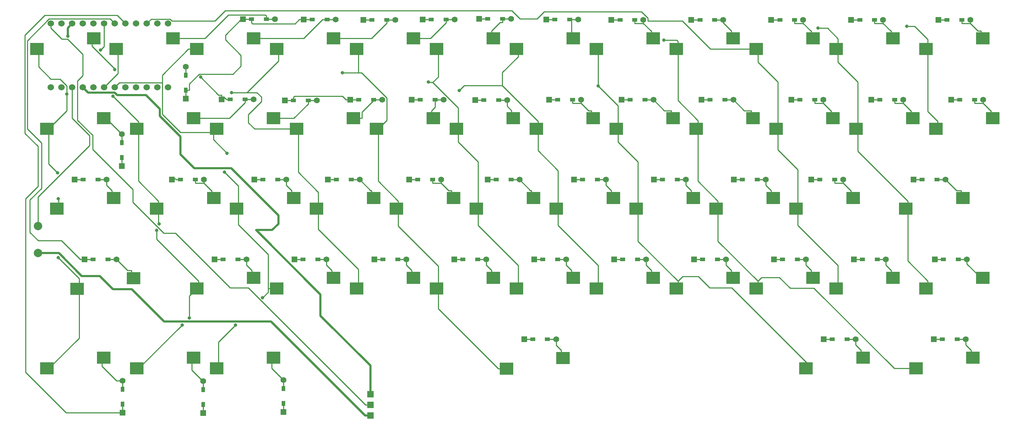
<source format=gbl>
G04 #@! TF.GenerationSoftware,KiCad,Pcbnew,(7.0.0)*
G04 #@! TF.CreationDate,2023-03-27T16:38:47+09:00*
G04 #@! TF.ProjectId,rowlow11,726f776c-6f77-4313-912e-6b696361645f,rev?*
G04 #@! TF.SameCoordinates,Original*
G04 #@! TF.FileFunction,Copper,L2,Bot*
G04 #@! TF.FilePolarity,Positive*
%FSLAX46Y46*%
G04 Gerber Fmt 4.6, Leading zero omitted, Abs format (unit mm)*
G04 Created by KiCad (PCBNEW (7.0.0)) date 2023-03-27 16:38:47*
%MOMM*%
%LPD*%
G01*
G04 APERTURE LIST*
G04 #@! TA.AperFunction,SMDPad,CuDef*
%ADD10R,3.300000X3.000000*%
G04 #@! TD*
G04 #@! TA.AperFunction,ComponentPad*
%ADD11R,1.397000X1.397000*%
G04 #@! TD*
G04 #@! TA.AperFunction,SMDPad,CuDef*
%ADD12R,1.300000X0.950000*%
G04 #@! TD*
G04 #@! TA.AperFunction,ComponentPad*
%ADD13C,1.397000*%
G04 #@! TD*
G04 #@! TA.AperFunction,SMDPad,CuDef*
%ADD14R,0.950000X1.300000*%
G04 #@! TD*
G04 #@! TA.AperFunction,ComponentPad*
%ADD15C,2.000000*%
G04 #@! TD*
G04 #@! TA.AperFunction,ComponentPad*
%ADD16C,1.524000*%
G04 #@! TD*
G04 #@! TA.AperFunction,SMDPad,CuDef*
%ADD17R,1.524000X1.524000*%
G04 #@! TD*
G04 #@! TA.AperFunction,ViaPad*
%ADD18C,0.800000*%
G04 #@! TD*
G04 #@! TA.AperFunction,Conductor*
%ADD19C,0.250000*%
G04 #@! TD*
G04 #@! TA.AperFunction,Conductor*
%ADD20C,0.500000*%
G04 #@! TD*
G04 APERTURE END LIST*
D10*
X244962499Y-99813699D03*
X258562499Y-97273699D03*
D11*
X138458799Y-111918699D03*
D12*
X140493799Y-111918699D03*
X144043799Y-111918699D03*
D13*
X146078800Y-111918700D03*
D11*
X113289999Y-73699999D03*
D12*
X115324999Y-73699999D03*
X118874999Y-73699999D03*
D13*
X120910000Y-73700000D03*
D11*
X130146299Y-130968699D03*
D12*
X132181299Y-130968699D03*
X135731299Y-130968699D03*
D13*
X137766300Y-130968700D03*
D10*
X87799999Y-80763699D03*
X101399999Y-78223699D03*
D11*
X215871299Y-111918699D03*
D12*
X217906299Y-111918699D03*
X221456299Y-111918699D03*
D13*
X223491300Y-111918700D03*
D11*
X155164999Y-73549999D03*
D12*
X157199999Y-73549999D03*
X160749999Y-73549999D03*
D13*
X162785000Y-73550000D03*
D10*
X183049999Y-80763699D03*
X196649999Y-78223699D03*
X125899999Y-137913699D03*
X139499999Y-135373699D03*
D11*
X189071299Y-92868699D03*
D12*
X191106299Y-92868699D03*
X194656299Y-92868699D03*
D13*
X196691300Y-92868700D03*
D11*
X205739999Y-73818699D03*
D12*
X207774999Y-73818699D03*
X211324999Y-73818699D03*
D13*
X213360000Y-73818700D03*
D11*
X263496299Y-150018699D03*
D12*
X265531299Y-150018699D03*
X269081299Y-150018699D03*
D13*
X271116300Y-150018700D03*
D10*
X192574999Y-118863699D03*
X206174999Y-116323699D03*
D11*
X154189999Y-92949999D03*
D12*
X156224999Y-92949999D03*
X159774999Y-92949999D03*
D13*
X161810000Y-92950000D03*
D11*
X89324999Y-167634999D03*
D14*
X89324999Y-165599999D03*
X89324999Y-162049999D03*
D13*
X89325000Y-160015000D03*
D10*
X256868799Y-118863699D03*
X270468799Y-116323699D03*
D11*
X111096299Y-130968699D03*
D12*
X113131299Y-130968699D03*
X116681299Y-130968699D03*
D13*
X118716300Y-130968700D03*
D10*
X144949999Y-80763699D03*
X158549999Y-78223699D03*
D11*
X267652499Y-92868699D03*
D12*
X269687499Y-92868699D03*
X273237499Y-92868699D03*
D13*
X275272500Y-92868700D03*
D10*
X168762499Y-99813699D03*
X182362499Y-97273699D03*
D11*
X244446299Y-130968699D03*
D12*
X246481299Y-130968699D03*
X250031299Y-130968699D03*
D13*
X252066300Y-130968700D03*
D10*
X202099999Y-137913699D03*
X215699999Y-135373699D03*
D11*
X149196299Y-130968699D03*
D12*
X151231299Y-130968699D03*
X154781299Y-130968699D03*
D13*
X156816300Y-130968700D03*
D10*
X154474999Y-118863699D03*
X168074999Y-116323699D03*
D11*
X248602499Y-92868699D03*
D12*
X250637499Y-92868699D03*
X254187499Y-92868699D03*
D13*
X256222500Y-92868700D03*
D10*
X52081299Y-99813699D03*
X65681299Y-97273699D03*
X116374999Y-118863699D03*
X129974999Y-116323699D03*
D11*
X206346299Y-130968699D03*
D12*
X208381299Y-130968699D03*
X211931299Y-130968699D03*
D13*
X213966300Y-130968700D03*
D10*
X183049999Y-137913699D03*
X196649999Y-135373699D03*
D11*
X263804499Y-130968699D03*
D12*
X265839499Y-130968699D03*
X269389499Y-130968699D03*
D13*
X271424500Y-130968700D03*
D10*
X111612499Y-99813699D03*
X125212499Y-97273699D03*
X92562499Y-99813699D03*
X106162499Y-97273699D03*
X163999999Y-137913699D03*
X177599999Y-135373699D03*
X221149999Y-137913699D03*
X234749999Y-135373699D03*
X52081299Y-156963699D03*
X65681299Y-154423699D03*
X106849999Y-80763699D03*
X120449999Y-78223699D03*
X144949999Y-137913699D03*
X158549999Y-135373699D03*
X161668799Y-157003699D03*
X175168799Y-154463699D03*
X225912499Y-99813699D03*
X239512499Y-97273699D03*
X97324999Y-118863699D03*
X110924999Y-116323699D03*
D11*
X119062499Y-111918699D03*
D12*
X121097499Y-111918699D03*
X124647499Y-111918699D03*
D13*
X126682500Y-111918700D03*
D10*
X259249999Y-156963699D03*
X272849999Y-154423699D03*
X264012499Y-99813699D03*
X277612499Y-97273699D03*
X87799999Y-137913699D03*
X101399999Y-135373699D03*
D11*
X127539999Y-73774999D03*
D12*
X129574999Y-73774999D03*
X133124999Y-73774999D03*
D13*
X135160000Y-73775000D03*
D10*
X187812499Y-99813699D03*
X201412499Y-97273699D03*
D11*
X93789999Y-92749999D03*
D12*
X95824999Y-92749999D03*
X99374999Y-92749999D03*
D13*
X101410000Y-92750000D03*
D10*
X68606299Y-80759999D03*
X82206299Y-78219999D03*
D11*
X224789999Y-73818699D03*
D12*
X226824999Y-73818699D03*
X230374999Y-73818699D03*
D13*
X232410000Y-73818700D03*
D11*
X168246299Y-130968699D03*
D12*
X170281299Y-130968699D03*
X173831299Y-130968699D03*
D13*
X175866300Y-130968700D03*
D11*
X85249999Y-92559999D03*
D14*
X85249999Y-90524999D03*
X85249999Y-86974999D03*
D13*
X85250000Y-84940000D03*
D10*
X49699999Y-80763699D03*
X63299999Y-78223699D03*
X261631299Y-80763699D03*
X275231299Y-78223699D03*
D11*
X237302499Y-150018699D03*
D12*
X239337499Y-150018699D03*
X242887499Y-150018699D03*
D13*
X244922500Y-150018700D03*
D10*
X92562499Y-156963699D03*
X106162499Y-154423699D03*
D11*
X234314999Y-111918699D03*
D12*
X236349999Y-111918699D03*
X239899999Y-111918699D03*
D13*
X241935000Y-111918700D03*
D11*
X108814999Y-93049999D03*
D12*
X110849999Y-93049999D03*
X114399999Y-93049999D03*
D13*
X116435000Y-93050000D03*
D11*
X98839999Y-73649999D03*
D12*
X100874999Y-73649999D03*
X104424999Y-73649999D03*
D13*
X106460000Y-73650000D03*
D11*
X101571299Y-111918699D03*
D12*
X103606299Y-111918699D03*
X107156299Y-111918699D03*
D13*
X109191300Y-111918700D03*
D10*
X130662499Y-99813699D03*
X144262499Y-97273699D03*
X206862499Y-99813699D03*
X220462499Y-97273699D03*
D11*
X58708799Y-111918699D03*
D12*
X60743799Y-111918699D03*
X64293799Y-111918699D03*
D13*
X66328800Y-111918700D03*
D10*
X125899999Y-80763699D03*
X139499999Y-78223699D03*
D11*
X264664999Y-73818699D03*
D12*
X266699999Y-73818699D03*
X270249999Y-73818699D03*
D13*
X272285000Y-73818700D03*
D11*
X208121299Y-92868699D03*
D12*
X210156299Y-92868699D03*
X213706299Y-92868699D03*
D13*
X215741300Y-92868700D03*
D15*
X50006300Y-122956200D03*
X50006300Y-129456200D03*
D10*
X135424999Y-118863699D03*
X149024999Y-116323699D03*
X78274999Y-118863699D03*
X91874999Y-116323699D03*
D11*
X124439999Y-92849999D03*
D12*
X126474999Y-92849999D03*
X130024999Y-92849999D03*
D13*
X132060000Y-92850000D03*
D11*
X171164999Y-73724999D03*
D12*
X173199999Y-73724999D03*
X176749999Y-73724999D03*
D13*
X178785000Y-73725000D03*
D10*
X54462499Y-118863699D03*
X68062499Y-116323699D03*
X59274999Y-137953699D03*
X72774999Y-135413699D03*
D11*
X229552499Y-92868699D03*
D12*
X231587499Y-92868699D03*
X235137499Y-92868699D03*
D13*
X237172500Y-92868700D03*
D11*
X61089999Y-130968699D03*
D12*
X63124999Y-130968699D03*
X66674999Y-130968699D03*
D13*
X68710000Y-130968700D03*
D11*
X165864999Y-150018699D03*
D12*
X167899999Y-150018699D03*
X171449999Y-150018699D03*
D13*
X173485000Y-150018700D03*
D11*
X186689999Y-73818699D03*
D12*
X188724999Y-73818699D03*
X192274999Y-73818699D03*
D13*
X194310000Y-73818700D03*
D10*
X233056299Y-156963699D03*
X246656299Y-154423699D03*
D11*
X258733799Y-111918699D03*
D12*
X260768799Y-111918699D03*
X264318799Y-111918699D03*
D13*
X266353800Y-111918700D03*
D11*
X243839999Y-73818699D03*
D12*
X245874999Y-73818699D03*
X249424999Y-73818699D03*
D13*
X251460000Y-73818700D03*
D10*
X163999999Y-80763699D03*
X177599999Y-78223699D03*
D11*
X196821299Y-111918699D03*
D12*
X198856299Y-111918699D03*
X202406299Y-111918699D03*
D13*
X204441300Y-111918700D03*
D10*
X149712499Y-99813699D03*
X163312499Y-97273699D03*
X73512499Y-99813699D03*
X87112499Y-97273699D03*
X211624999Y-118863699D03*
X225224999Y-116323699D03*
D11*
X81914999Y-111918699D03*
D12*
X83949999Y-111918699D03*
X87499999Y-111918699D03*
D13*
X89535000Y-111918700D03*
D10*
X73512499Y-156963699D03*
X87112499Y-154423699D03*
D11*
X139064999Y-92849999D03*
D12*
X141099999Y-92849999D03*
X144649999Y-92849999D03*
D13*
X146685000Y-92850000D03*
D11*
X171796299Y-92868699D03*
D12*
X173831299Y-92868699D03*
X177381299Y-92868699D03*
D13*
X179416300Y-92868700D03*
D11*
X177771299Y-111918699D03*
D12*
X179806299Y-111918699D03*
X183356299Y-111918699D03*
D13*
X185391300Y-111918700D03*
D10*
X240199999Y-80763699D03*
X253799999Y-78223699D03*
X230674999Y-118863699D03*
X244274999Y-116323699D03*
D11*
X108499999Y-167359999D03*
D14*
X108499999Y-165324999D03*
X108499999Y-161774999D03*
D13*
X108500000Y-159740000D03*
D10*
X240199999Y-137913699D03*
X253799999Y-135373699D03*
D11*
X70124999Y-167559999D03*
D14*
X70124999Y-165524999D03*
X70124999Y-161974999D03*
D13*
X70125000Y-159940000D03*
D10*
X106849999Y-137913699D03*
X120449999Y-135373699D03*
X261631299Y-137913699D03*
X275231299Y-135373699D03*
D11*
X187296299Y-130968699D03*
D12*
X189331299Y-130968699D03*
X192881299Y-130968699D03*
D13*
X194916300Y-130968700D03*
D10*
X202099999Y-80763699D03*
X215699999Y-78223699D03*
D11*
X225396299Y-130968699D03*
D12*
X227431299Y-130968699D03*
X230981299Y-130968699D03*
D13*
X233016300Y-130968700D03*
D10*
X221149999Y-80763699D03*
X234749999Y-78223699D03*
D11*
X141664999Y-73699999D03*
D12*
X143699999Y-73699999D03*
X147249999Y-73699999D03*
D13*
X149285000Y-73700000D03*
D10*
X173524999Y-118863699D03*
X187124999Y-116323699D03*
D16*
X53065000Y-74682200D03*
X55605000Y-74682200D03*
X58145000Y-74682200D03*
X60685000Y-74682200D03*
X63225000Y-74682200D03*
X65765000Y-74682200D03*
X68305000Y-74682200D03*
X70845000Y-74682200D03*
X73385000Y-74682200D03*
X75925000Y-74682200D03*
X78465000Y-74682200D03*
X81005000Y-74682200D03*
X81005000Y-89902200D03*
X78465000Y-89902200D03*
X75925000Y-89902200D03*
X73385000Y-89902200D03*
X70845000Y-89902200D03*
X68305000Y-89902200D03*
X65765000Y-89902200D03*
X63225000Y-89902200D03*
X60685000Y-89902200D03*
X58145000Y-89902200D03*
X55605000Y-89902200D03*
X53065000Y-89902200D03*
D11*
X92046299Y-130968699D03*
D12*
X94081299Y-130968699D03*
X97631299Y-130968699D03*
D13*
X99666300Y-130968700D03*
D11*
X157162499Y-111918699D03*
D12*
X159197499Y-111918699D03*
X162747499Y-111918699D03*
D13*
X164782500Y-111918700D03*
D11*
X69999999Y-108684999D03*
D14*
X69999999Y-106649999D03*
X69999999Y-103099999D03*
D13*
X70000000Y-101065000D03*
D17*
X129224999Y-168214999D03*
X129224999Y-165674999D03*
X129224999Y-163134999D03*
D18*
X68301600Y-85676600D03*
X88762700Y-87453200D03*
X64881200Y-81017300D03*
X57125900Y-77666200D03*
X54690700Y-110298900D03*
X54836600Y-130563000D03*
X54836600Y-116480800D03*
X56875000Y-91462300D03*
X78240900Y-123963100D03*
X78842300Y-122511100D03*
X86047100Y-144879100D03*
X67901300Y-92038500D03*
X84336400Y-146589800D03*
X94472800Y-110075800D03*
X95057800Y-105601200D03*
X103524500Y-140128100D03*
X97064400Y-146588200D03*
X96166900Y-91109500D03*
X122594600Y-86426000D03*
X143079300Y-88649500D03*
X150404200Y-90684600D03*
X183500000Y-89549800D03*
X199182100Y-78646800D03*
X235925200Y-75779500D03*
X257097600Y-75329400D03*
D19*
X226825000Y-73818700D02*
X224790000Y-73818700D01*
X88412600Y-86707200D02*
X96442800Y-86707200D01*
X245875000Y-73818700D02*
X243840000Y-73818700D01*
X98840000Y-73650000D02*
X100875000Y-73650000D01*
X157200000Y-73550000D02*
X155165000Y-73550000D01*
X188725000Y-73818700D02*
X186690000Y-73818700D01*
X96442800Y-86707200D02*
X98375000Y-84775000D01*
X129575000Y-73775000D02*
X127540000Y-73775000D01*
X101120600Y-74695700D02*
X111270700Y-74695700D01*
X111270700Y-74695700D02*
X112266400Y-73700000D01*
X98450000Y-73650000D02*
X98840000Y-73650000D01*
X207775000Y-73818700D02*
X205740000Y-73818700D01*
X94659900Y-77440100D02*
X98450000Y-73650000D01*
X98375000Y-84775000D02*
X98375000Y-82225000D01*
X94659900Y-78509900D02*
X94659900Y-77440100D01*
X85250000Y-90525000D02*
X85250000Y-91536400D01*
X173200000Y-73725000D02*
X171165000Y-73725000D01*
X85250000Y-92560000D02*
X85250000Y-91536400D01*
X113290000Y-73700000D02*
X112266400Y-73700000D01*
X98375000Y-82225000D02*
X94659900Y-78509900D01*
X86050200Y-90525000D02*
X86050200Y-89069600D01*
X85250000Y-90525000D02*
X86050200Y-90525000D01*
X100875000Y-73650000D02*
X100875000Y-74450100D01*
X115325000Y-73700000D02*
X113290000Y-73700000D01*
X143700000Y-73700000D02*
X141665000Y-73700000D01*
X100875000Y-74450100D02*
X101120600Y-74695700D01*
X266700000Y-73818700D02*
X264665000Y-73818700D01*
X86050200Y-89069600D02*
X88412600Y-86707200D01*
X62850000Y-78223700D02*
X62850000Y-80048800D01*
X85250000Y-84940000D02*
X85250000Y-86975000D01*
X68301600Y-85500400D02*
X68301600Y-85676600D01*
X62850000Y-80048800D02*
X68301600Y-85500400D01*
X95375200Y-72626400D02*
X89781600Y-78220000D01*
X104201500Y-72626400D02*
X95375200Y-72626400D01*
X81756300Y-78220000D02*
X84181400Y-78220000D01*
X104425000Y-72849900D02*
X104201500Y-72626400D01*
X89781600Y-78220000D02*
X84181400Y-78220000D01*
X106460000Y-73650000D02*
X104425000Y-73650000D01*
X104425000Y-73650000D02*
X104425000Y-72849900D01*
X118875000Y-73700000D02*
X117850000Y-73700000D01*
X118875000Y-73700000D02*
X120910000Y-73700000D01*
X113326300Y-78223700D02*
X100950000Y-78223700D01*
X117850000Y-73700000D02*
X113326300Y-78223700D01*
X133125000Y-74575100D02*
X129476400Y-78223700D01*
X129476400Y-78223700D02*
X120000000Y-78223700D01*
X133125000Y-73775000D02*
X135160000Y-73775000D01*
X133125000Y-73775000D02*
X133125000Y-74575100D01*
X139051300Y-78225000D02*
X139050000Y-78223700D01*
X147250000Y-73700000D02*
X149285000Y-73700000D01*
X147250000Y-73700000D02*
X147250000Y-74500100D01*
X143525100Y-78225000D02*
X139051300Y-78225000D01*
X147250000Y-74500100D02*
X143525100Y-78225000D01*
X160750000Y-73550000D02*
X162785000Y-73550000D01*
X160148500Y-74350100D02*
X158100000Y-76398600D01*
X160750000Y-73550000D02*
X160750000Y-74350100D01*
X158100000Y-78223700D02*
X158100000Y-76398600D01*
X160750000Y-74350100D02*
X160148500Y-74350100D01*
X177150000Y-78223700D02*
X177150000Y-76398600D01*
X177150000Y-73725000D02*
X178785000Y-73725000D01*
X177150000Y-73725000D02*
X177150000Y-76398600D01*
X176750000Y-73725000D02*
X177150000Y-73725000D01*
X194310000Y-74618800D02*
X196089800Y-76398600D01*
X194310000Y-73818700D02*
X194310000Y-74618800D01*
X192275000Y-73818700D02*
X192275000Y-74618800D01*
X196200000Y-78223700D02*
X196200000Y-76398600D01*
X194310000Y-74618800D02*
X192275000Y-74618800D01*
X196089800Y-76398600D02*
X196200000Y-76398600D01*
X213360000Y-74508600D02*
X215250000Y-76398600D01*
X215250000Y-78223700D02*
X215250000Y-76398600D01*
X211325000Y-73818700D02*
X212300100Y-73818700D01*
X213360000Y-73818700D02*
X213360000Y-74508600D01*
X213360000Y-73818700D02*
X212300100Y-73818700D01*
X234189800Y-76398600D02*
X234300000Y-76398600D01*
X232410000Y-73818700D02*
X232410000Y-74618800D01*
X230375000Y-73818700D02*
X230375000Y-74618800D01*
X232410000Y-74618800D02*
X230375000Y-74618800D01*
X234300000Y-78223700D02*
X234300000Y-76398600D01*
X232410000Y-74618800D02*
X234189800Y-76398600D01*
X251460000Y-74618800D02*
X249425000Y-74618800D01*
X251460000Y-74618800D02*
X253239800Y-76398600D01*
X249425000Y-73818700D02*
X249425000Y-74618800D01*
X253350000Y-78223700D02*
X253350000Y-76398600D01*
X251460000Y-73818700D02*
X251460000Y-74618800D01*
X253239800Y-76398600D02*
X253350000Y-76398600D01*
X272285000Y-74618800D02*
X270250000Y-74618800D01*
X274781300Y-78223700D02*
X274781300Y-76398600D01*
X274064800Y-76398600D02*
X272285000Y-74618800D01*
X272285000Y-74618800D02*
X272285000Y-73818700D01*
X274781300Y-76398600D02*
X274064800Y-76398600D01*
X270250000Y-73818700D02*
X270250000Y-74618800D01*
X110850000Y-92249900D02*
X111094000Y-92005900D01*
X93790000Y-92238200D02*
X93790000Y-91726400D01*
X95825000Y-92750000D02*
X94849900Y-92750000D01*
X173831300Y-92868700D02*
X171796300Y-92868700D01*
X250637500Y-92868700D02*
X248602500Y-92868700D01*
X93790000Y-92750000D02*
X93790000Y-92238200D01*
X94338100Y-92238200D02*
X94849900Y-92750000D01*
X210156300Y-92868700D02*
X208121300Y-92868700D01*
X269687500Y-92868700D02*
X267652500Y-92868700D01*
X110850000Y-93050000D02*
X110850000Y-92249900D01*
X124440000Y-92850000D02*
X123416400Y-92850000D01*
X111094000Y-92005900D02*
X122572300Y-92005900D01*
X93790000Y-92238200D02*
X94338100Y-92238200D01*
X156225000Y-92950000D02*
X154190000Y-92950000D01*
X126475000Y-92850000D02*
X124440000Y-92850000D01*
X70000000Y-106650000D02*
X70000000Y-108685000D01*
X88762700Y-87453200D02*
X93035900Y-91726400D01*
X141100000Y-92850000D02*
X139065000Y-92850000D01*
X122572300Y-92005900D02*
X123416400Y-92850000D01*
X191106300Y-92868700D02*
X189071300Y-92868700D01*
X93035900Y-91726400D02*
X93790000Y-91726400D01*
X231587500Y-92868700D02*
X229552500Y-92868700D01*
X108815000Y-93050000D02*
X110850000Y-93050000D01*
X70000000Y-101065000D02*
X70000000Y-103100000D01*
X65231300Y-97273700D02*
X66208700Y-97273700D01*
X66208700Y-97273700D02*
X70000000Y-101065000D01*
X101410000Y-92750000D02*
X99375000Y-92750000D01*
X99375000Y-93550100D02*
X95651400Y-97273700D01*
X95651400Y-97273700D02*
X86662500Y-97273700D01*
X99375000Y-92750000D02*
X99375000Y-93550100D01*
X114400000Y-93050000D02*
X116435000Y-93050000D01*
X114400000Y-93050000D02*
X114400000Y-93850100D01*
X110976400Y-97273700D02*
X105712500Y-97273700D01*
X114400000Y-93850100D02*
X110976400Y-97273700D01*
X132060000Y-92850000D02*
X130143400Y-92850000D01*
X127187600Y-95805800D02*
X127187600Y-97273700D01*
X130143400Y-92850000D02*
X127187600Y-95805800D01*
X124762500Y-97273700D02*
X127187600Y-97273700D01*
X130143400Y-92850000D02*
X130025000Y-92850000D01*
X144650000Y-94611100D02*
X143812500Y-95448600D01*
X144650000Y-92850000D02*
X146685000Y-92850000D01*
X144650000Y-92850000D02*
X144650000Y-94611100D01*
X143812500Y-97273700D02*
X143812500Y-95448600D01*
X161810000Y-92950000D02*
X161810000Y-94396100D01*
X159775000Y-92950000D02*
X160750100Y-92950000D01*
X162862500Y-97273700D02*
X162862500Y-95448600D01*
X161810000Y-92950000D02*
X160750100Y-92950000D01*
X161810000Y-94396100D02*
X162862500Y-95448600D01*
X181912500Y-97273700D02*
X181912500Y-95448600D01*
X177381300Y-92868700D02*
X177381300Y-93668800D01*
X179416300Y-93668800D02*
X181196100Y-95448600D01*
X181196100Y-95448600D02*
X181912500Y-95448600D01*
X179416300Y-92868700D02*
X179416300Y-93668800D01*
X179416300Y-93668800D02*
X177381300Y-93668800D01*
X196691300Y-92868700D02*
X199271200Y-95448600D01*
X200962500Y-97273700D02*
X200962500Y-95448600D01*
X194656300Y-92868700D02*
X196691300Y-92868700D01*
X199271200Y-95448600D02*
X200962500Y-95448600D01*
X213706300Y-92868700D02*
X215741300Y-92868700D01*
X218321200Y-95448600D02*
X220012500Y-95448600D01*
X220012500Y-97273700D02*
X220012500Y-95448600D01*
X215741300Y-92868700D02*
X218321200Y-95448600D01*
X237172500Y-93668800D02*
X238952300Y-95448600D01*
X237172500Y-93668800D02*
X235137500Y-93668800D01*
X235137500Y-92868700D02*
X235137500Y-93668800D01*
X239062500Y-97273700D02*
X239062500Y-95448600D01*
X238952300Y-95448600D02*
X239062500Y-95448600D01*
X237172500Y-92868700D02*
X237172500Y-93668800D01*
X256222500Y-93668800D02*
X254187500Y-93668800D01*
X256222500Y-93668800D02*
X258002300Y-95448600D01*
X254187500Y-92868700D02*
X254187500Y-93668800D01*
X258002300Y-95448600D02*
X258112500Y-95448600D01*
X256222500Y-92868700D02*
X256222500Y-93668800D01*
X258112500Y-97273700D02*
X258112500Y-95448600D01*
X275272500Y-93668800D02*
X277052300Y-95448600D01*
X275272500Y-93668800D02*
X273237500Y-93668800D01*
X273237500Y-92868700D02*
X273237500Y-93668800D01*
X277162500Y-97273700D02*
X277162500Y-95448600D01*
X277052300Y-95448600D02*
X277162500Y-95448600D01*
X275272500Y-92868700D02*
X275272500Y-93668800D01*
X65765000Y-74682200D02*
X65765000Y-80133500D01*
X81915000Y-111918700D02*
X81915000Y-111747600D01*
X198856300Y-111918700D02*
X196821300Y-111918700D01*
X236350000Y-111918700D02*
X234315000Y-111918700D01*
X260768800Y-111918700D02*
X258733800Y-111918700D01*
X83950000Y-111918700D02*
X82974900Y-111918700D01*
X103606300Y-111918700D02*
X101571300Y-111918700D01*
X65765000Y-80133500D02*
X64881200Y-81017300D01*
X82974900Y-111918700D02*
X82803800Y-111747600D01*
X217906300Y-111918700D02*
X215871300Y-111918700D01*
X60743800Y-111918700D02*
X58708800Y-111918700D01*
X140493800Y-111918700D02*
X138458800Y-111918700D01*
X179806300Y-111918700D02*
X177771300Y-111918700D01*
X121097500Y-111918700D02*
X119062500Y-111918700D01*
X82803800Y-111747600D02*
X81915000Y-111747600D01*
X159197500Y-111918700D02*
X157162500Y-111918700D01*
X67612500Y-114498600D02*
X66328800Y-113214900D01*
X66328800Y-111918700D02*
X65268900Y-111918700D01*
X66328800Y-113214900D02*
X66328800Y-111918700D01*
X64293800Y-111918700D02*
X65268900Y-111918700D01*
X67612500Y-116323700D02*
X67612500Y-114498600D01*
X87500000Y-111918700D02*
X87500000Y-112718800D01*
X89535000Y-112718800D02*
X87500000Y-112718800D01*
X91314800Y-114498600D02*
X91425000Y-114498600D01*
X91425000Y-116323700D02*
X91425000Y-114498600D01*
X89535000Y-111918700D02*
X89535000Y-112718800D01*
X89535000Y-112718800D02*
X91314800Y-114498600D01*
X107156300Y-111918700D02*
X108131400Y-111918700D01*
X109191300Y-111918700D02*
X109191300Y-113214900D01*
X110475000Y-116323700D02*
X110475000Y-114498600D01*
X109191300Y-111918700D02*
X108131400Y-111918700D01*
X109191300Y-113214900D02*
X110475000Y-114498600D01*
X129262400Y-114498600D02*
X129525000Y-114498600D01*
X124647500Y-111918700D02*
X126682500Y-111918700D01*
X129525000Y-116323700D02*
X129525000Y-114498600D01*
X126682500Y-111918700D02*
X129262400Y-114498600D01*
X144043800Y-111918700D02*
X144043800Y-112718800D01*
X146078800Y-112718800D02*
X147858600Y-114498600D01*
X146078800Y-112718800D02*
X144043800Y-112718800D01*
X147858600Y-114498600D02*
X148575000Y-114498600D01*
X148575000Y-116323700D02*
X148575000Y-114498600D01*
X146078800Y-111918700D02*
X146078800Y-112718800D01*
X167625000Y-116323700D02*
X167625000Y-114498600D01*
X162747500Y-111918700D02*
X164782500Y-111918700D01*
X164782500Y-111918700D02*
X167362400Y-114498600D01*
X167362400Y-114498600D02*
X167625000Y-114498600D01*
X185391300Y-111918700D02*
X184331400Y-111918700D01*
X185391300Y-113214900D02*
X186675000Y-114498600D01*
X185391300Y-111918700D02*
X185391300Y-113214900D01*
X186675000Y-116323700D02*
X186675000Y-114498600D01*
X183356300Y-111918700D02*
X184331400Y-111918700D01*
X202406300Y-111918700D02*
X203381400Y-111918700D01*
X204441300Y-111918700D02*
X203381400Y-111918700D01*
X204441300Y-113214900D02*
X205725000Y-114498600D01*
X204441300Y-111918700D02*
X204441300Y-113214900D01*
X205725000Y-116323700D02*
X205725000Y-114498600D01*
X223491300Y-111918700D02*
X223491300Y-113214900D01*
X223491300Y-113214900D02*
X224775000Y-114498600D01*
X224775000Y-116323700D02*
X224775000Y-114498600D01*
X223491300Y-111918700D02*
X222431400Y-111918700D01*
X221456300Y-111918700D02*
X222431400Y-111918700D01*
X239900000Y-111918700D02*
X239900000Y-112718800D01*
X241935000Y-111918700D02*
X241935000Y-112718800D01*
X241935000Y-112718800D02*
X239900000Y-112718800D01*
X243714800Y-114498600D02*
X243825000Y-114498600D01*
X243825000Y-116323700D02*
X243825000Y-114498600D01*
X241935000Y-112718800D02*
X243714800Y-114498600D01*
X264318800Y-111918700D02*
X266353800Y-111918700D01*
X270018800Y-116323700D02*
X270018800Y-114498600D01*
X270018800Y-114498600D02*
X268933700Y-114498600D01*
X268933700Y-114498600D02*
X266353800Y-111918700D01*
X189331300Y-130968700D02*
X187296300Y-130968700D01*
X50825000Y-113975000D02*
X48075000Y-116725000D01*
X151231300Y-130968700D02*
X149196300Y-130968700D01*
X113131300Y-130968700D02*
X111096300Y-130968700D01*
X48075000Y-116725000D02*
X48075000Y-124525000D01*
X47425000Y-78754400D02*
X47425000Y-99775000D01*
X55595400Y-126497700D02*
X60066400Y-130968700D01*
X246481300Y-130968700D02*
X245469900Y-130968700D01*
X63125000Y-130968700D02*
X61090000Y-130968700D01*
X50047700Y-126497700D02*
X55595400Y-126497700D01*
X68305000Y-74682200D02*
X67179500Y-73556700D01*
X52622700Y-73556700D02*
X47425000Y-78754400D01*
X227431300Y-130968700D02*
X225396300Y-130968700D01*
X208381300Y-130968700D02*
X206346300Y-130968700D01*
X47425000Y-99775000D02*
X50825000Y-103175000D01*
X170281300Y-130968700D02*
X168246300Y-130968700D01*
X265839500Y-130968700D02*
X263804500Y-130968700D01*
X244446300Y-130968700D02*
X245469900Y-130968700D01*
X92046300Y-130968700D02*
X94081300Y-130968700D01*
X48075000Y-124525000D02*
X50047700Y-126497700D01*
X50825000Y-103175000D02*
X50825000Y-113975000D01*
X67179500Y-73556700D02*
X52622700Y-73556700D01*
X132181300Y-130968700D02*
X130146300Y-130968700D01*
X60066400Y-130968700D02*
X61090000Y-130968700D01*
X68710000Y-130968700D02*
X67650100Y-130968700D01*
X72275000Y-133588600D02*
X71329900Y-133588600D01*
X72275000Y-135413700D02*
X72275000Y-133588600D01*
X66675000Y-130968700D02*
X67650100Y-130968700D01*
X71329900Y-133588600D02*
X68710000Y-130968700D01*
X99666300Y-132264900D02*
X100950000Y-133548600D01*
X97631300Y-130968700D02*
X98606400Y-130968700D01*
X100950000Y-135373700D02*
X100950000Y-133548600D01*
X99666300Y-130968700D02*
X99666300Y-132264900D01*
X99666300Y-130968700D02*
X98606400Y-130968700D01*
X118716300Y-130968700D02*
X118716300Y-132264900D01*
X118716300Y-132264900D02*
X120000000Y-133548600D01*
X116681300Y-130968700D02*
X117656400Y-130968700D01*
X120000000Y-135373700D02*
X120000000Y-133548600D01*
X118716300Y-130968700D02*
X117656400Y-130968700D01*
X139050000Y-135373700D02*
X139050000Y-133548600D01*
X137766300Y-130968700D02*
X137766300Y-132264900D01*
X135731300Y-130968700D02*
X136706400Y-130968700D01*
X137766300Y-132264900D02*
X139050000Y-133548600D01*
X137766300Y-130968700D02*
X136706400Y-130968700D01*
X158100000Y-133548600D02*
X156816300Y-132264900D01*
X156816300Y-132264900D02*
X156816300Y-130968700D01*
X158100000Y-135373700D02*
X158100000Y-133548600D01*
X154781300Y-130968700D02*
X155756400Y-130968700D01*
X156816300Y-130968700D02*
X155756400Y-130968700D01*
X175866300Y-130968700D02*
X174806400Y-130968700D01*
X173831300Y-130968700D02*
X174806400Y-130968700D01*
X177150000Y-135373700D02*
X177150000Y-133548600D01*
X175866300Y-130968700D02*
X175866300Y-132264900D01*
X175866300Y-132264900D02*
X177150000Y-133548600D01*
X192881300Y-130968700D02*
X193856400Y-130968700D01*
X194916300Y-130968700D02*
X193856400Y-130968700D01*
X196200000Y-135373700D02*
X196200000Y-133548600D01*
X194916300Y-132264900D02*
X196200000Y-133548600D01*
X194916300Y-130968700D02*
X194916300Y-132264900D01*
X213966300Y-130968700D02*
X212906400Y-130968700D01*
X215250000Y-135373700D02*
X215250000Y-133548600D01*
X213966300Y-130968700D02*
X213966300Y-132264900D01*
X211931300Y-130968700D02*
X212906400Y-130968700D01*
X213966300Y-132264900D02*
X215250000Y-133548600D01*
X234300000Y-135373700D02*
X234300000Y-133548600D01*
X230981300Y-130968700D02*
X231956400Y-130968700D01*
X233016300Y-132264900D02*
X234300000Y-133548600D01*
X233016300Y-130968700D02*
X233016300Y-132264900D01*
X233016300Y-130968700D02*
X231956400Y-130968700D01*
X250031300Y-130968700D02*
X251006400Y-130968700D01*
X252066300Y-130968700D02*
X251006400Y-130968700D01*
X253350000Y-135373700D02*
X253350000Y-133548600D01*
X252066300Y-130968700D02*
X252066300Y-132264900D01*
X252066300Y-132264900D02*
X253350000Y-133548600D01*
X271424500Y-130968700D02*
X270364600Y-130968700D01*
X274781300Y-135373700D02*
X271424500Y-132016900D01*
X269389500Y-130968700D02*
X270364600Y-130968700D01*
X271424500Y-132016900D02*
X271424500Y-130968700D01*
X51575000Y-72725000D02*
X46875000Y-77425000D01*
X70125000Y-165525000D02*
X70125000Y-167560000D01*
X47025000Y-157875000D02*
X56710000Y-167560000D01*
X47025000Y-116475000D02*
X47025000Y-157875000D01*
X49975000Y-113525000D02*
X47025000Y-116475000D01*
X46875000Y-77425000D02*
X46875000Y-100861396D01*
X89325000Y-165600000D02*
X89325000Y-167635000D01*
X70845000Y-74682200D02*
X68887800Y-72725000D01*
X49975000Y-103961396D02*
X49975000Y-113525000D01*
X239337500Y-150018700D02*
X237302500Y-150018700D01*
X68887800Y-72725000D02*
X51575000Y-72725000D01*
X46875000Y-100861396D02*
X49975000Y-103961396D01*
X167900000Y-150018700D02*
X165865000Y-150018700D01*
X265531300Y-150018700D02*
X263496300Y-150018700D01*
X56710000Y-167560000D02*
X70125000Y-167560000D01*
X108500000Y-165325000D02*
X108500000Y-167360000D01*
X68740000Y-159940000D02*
X70125000Y-159940000D01*
X65231300Y-154423700D02*
X65231300Y-156431300D01*
X65231300Y-156431300D02*
X68740000Y-159940000D01*
X70125000Y-159940000D02*
X70125000Y-161975000D01*
X89325000Y-160015000D02*
X89315000Y-160015000D01*
X86662500Y-157362500D02*
X86662500Y-154423700D01*
X89315000Y-160015000D02*
X86662500Y-157362500D01*
X89325000Y-162050000D02*
X89325000Y-160015000D01*
X108500000Y-159700000D02*
X105712500Y-156912500D01*
X108500000Y-159740000D02*
X108500000Y-159700000D01*
X105712500Y-156912500D02*
X105712500Y-154423700D01*
X108500000Y-161775000D02*
X108500000Y-159740000D01*
X173485000Y-151454800D02*
X173485000Y-150018700D01*
X174668800Y-154463700D02*
X174668800Y-152638600D01*
X174668800Y-152638600D02*
X173485000Y-151454800D01*
X173485000Y-150018700D02*
X172425100Y-150018700D01*
X171450000Y-150018700D02*
X172425100Y-150018700D01*
X246206300Y-152598600D02*
X244922500Y-151314800D01*
X244922500Y-151314800D02*
X244922500Y-150018700D01*
X244922500Y-150018700D02*
X243862600Y-150018700D01*
X242887500Y-150018700D02*
X243862600Y-150018700D01*
X246206300Y-154423700D02*
X246206300Y-152598600D01*
X272400000Y-154423700D02*
X272400000Y-152598600D01*
X271116300Y-150018700D02*
X270056400Y-150018700D01*
X272400000Y-152598600D02*
X271116300Y-151314900D01*
X271116300Y-151314900D02*
X271116300Y-150018700D01*
X269081300Y-150018700D02*
X270056400Y-150018700D01*
D20*
X117325000Y-144373900D02*
X117325000Y-139325000D01*
X83925000Y-105925000D02*
X83925000Y-101638172D01*
X83925000Y-101638172D02*
X79035900Y-96749072D01*
X107275000Y-122479234D02*
X107275000Y-120408166D01*
X68253382Y-91188500D02*
X61971300Y-91188500D01*
X107275000Y-120408166D02*
X96092634Y-109225800D01*
X117325000Y-139325000D02*
X101943700Y-123943700D01*
X129225000Y-156273900D02*
X117325000Y-144373900D01*
X79035900Y-96749072D02*
X79035900Y-95035900D01*
X75775000Y-91775000D02*
X68839882Y-91775000D01*
X101943700Y-123943700D02*
X105810534Y-123943700D01*
X96092634Y-109225800D02*
X87225800Y-109225800D01*
X87225800Y-109225800D02*
X83925000Y-105925000D01*
X129225000Y-163135000D02*
X129225000Y-156273900D01*
X68839882Y-91775000D02*
X68253382Y-91188500D01*
X61971300Y-91188500D02*
X60685000Y-89902200D01*
X105810534Y-123943700D02*
X107275000Y-122479234D01*
X79035900Y-95035900D02*
X75775000Y-91775000D01*
D19*
X100096000Y-137725000D02*
X95840057Y-137725000D01*
X59425000Y-88325000D02*
X60625000Y-87125000D01*
X72604900Y-117299100D02*
X72604900Y-114295100D01*
X63025000Y-104715200D02*
X63025000Y-101325000D01*
X55691200Y-78391200D02*
X53065000Y-75765000D01*
X82803257Y-124688200D02*
X79994000Y-124688200D01*
X95840057Y-137725000D02*
X82803257Y-124688200D01*
X72604900Y-114295100D02*
X63025000Y-104715200D01*
X59425000Y-97725000D02*
X59425000Y-88325000D01*
X53065000Y-75765000D02*
X53065000Y-74682200D01*
X63025000Y-101325000D02*
X59425000Y-97725000D01*
X79994000Y-124688200D02*
X72604900Y-117299100D01*
X60625000Y-87125000D02*
X60625000Y-82025000D01*
X56991200Y-78391200D02*
X55691200Y-78391200D01*
X60625000Y-82025000D02*
X56991200Y-78391200D01*
X129225000Y-165675000D02*
X128046000Y-165675000D01*
X128046000Y-165675000D02*
X100096000Y-137725000D01*
D20*
X67849500Y-138043500D02*
X64705600Y-134899600D01*
X54962800Y-129456200D02*
X50006300Y-129456200D01*
X128012900Y-168215000D02*
X105533400Y-145735500D01*
X58145000Y-74682200D02*
X57125900Y-75701300D01*
X60406200Y-134899600D02*
X54962800Y-129456200D01*
X80062800Y-145735500D02*
X72370800Y-138043500D01*
X105533400Y-145735500D02*
X80062800Y-145735500D01*
X57125900Y-75701300D02*
X57125900Y-77666200D01*
X129225000Y-168215000D02*
X128012900Y-168215000D01*
X64705600Y-134899600D02*
X60406200Y-134899600D01*
X72370800Y-138043500D02*
X67849500Y-138043500D01*
D19*
X50150000Y-80763700D02*
X50150000Y-85000000D01*
X50150000Y-85000000D02*
X53050500Y-87900500D01*
X52531300Y-99813700D02*
X52531300Y-108139500D01*
X56875000Y-89511800D02*
X56875000Y-91462300D01*
X56875000Y-91462300D02*
X56875000Y-95470000D01*
X55263700Y-87900500D02*
X56875000Y-89511800D01*
X54836600Y-116480800D02*
X54912500Y-116556700D01*
X54912500Y-116556700D02*
X54912500Y-118863700D01*
X56875000Y-95470000D02*
X52531300Y-99813700D01*
X59775000Y-137953700D02*
X59775000Y-136128600D01*
X52531300Y-156963700D02*
X59775000Y-149720000D01*
X59775000Y-135501400D02*
X54836600Y-130563000D01*
X59775000Y-136128600D02*
X59775000Y-135501400D01*
X53050500Y-87900500D02*
X55263700Y-87900500D01*
X52531300Y-108139500D02*
X54690700Y-110298900D01*
X59775000Y-149720000D02*
X59775000Y-137953700D01*
X88250000Y-137913700D02*
X88250000Y-137463700D01*
X73962500Y-99813700D02*
X73962500Y-112276100D01*
X69056300Y-86610900D02*
X69056300Y-82585100D01*
X86047100Y-139666600D02*
X86047100Y-144879100D01*
X73962500Y-97988600D02*
X73851400Y-97988600D01*
X73962500Y-99813700D02*
X73962500Y-97988600D01*
X73962500Y-156963700D02*
X84336400Y-146589800D01*
X88250000Y-137463700D02*
X88250000Y-136088600D01*
X78725000Y-118863700D02*
X78725000Y-122393800D01*
X78725000Y-118863700D02*
X78725000Y-117038600D01*
X88250000Y-136088600D02*
X78240900Y-126079500D01*
X73851400Y-97988600D02*
X67901300Y-92038500D01*
X88250000Y-137463700D02*
X86047100Y-139666600D01*
X65765000Y-89902200D02*
X69056300Y-86610900D01*
X78240900Y-126079500D02*
X78240900Y-123963100D01*
X73962500Y-112276100D02*
X78725000Y-117038600D01*
X69056300Y-80760000D02*
X69056300Y-82585100D01*
X78725000Y-122393800D02*
X78842300Y-122511100D01*
X79610900Y-88807900D02*
X79610900Y-96310900D01*
X68305000Y-89902200D02*
X69399300Y-88807900D01*
X79610900Y-86977700D02*
X85824900Y-80763700D01*
X69399300Y-88807900D02*
X79610900Y-88807900D01*
X94472800Y-110075800D02*
X97775000Y-113378000D01*
X107300000Y-137913700D02*
X104874900Y-137913700D01*
X88250000Y-80763700D02*
X85824900Y-80763700D01*
X97775000Y-122674700D02*
X97775000Y-118863700D01*
X104874900Y-129774600D02*
X97775000Y-122674700D01*
X93012500Y-156963700D02*
X93012500Y-150640100D01*
X93012500Y-99813700D02*
X91800000Y-99813700D01*
X79610900Y-88807900D02*
X79610900Y-86977700D01*
X104874900Y-137913700D02*
X104874900Y-138777700D01*
X93012500Y-150640100D02*
X97064400Y-146588200D01*
X90988700Y-100625000D02*
X91800000Y-99813700D01*
X91800000Y-99813700D02*
X91800000Y-102343400D01*
X79610900Y-96310900D02*
X83925000Y-100625000D01*
X97775000Y-113378000D02*
X97775000Y-118863700D01*
X104874900Y-138777700D02*
X103524500Y-140128100D01*
X104874900Y-137913700D02*
X104874900Y-129774600D01*
X91800000Y-102343400D02*
X95057800Y-105601200D01*
X83925000Y-100625000D02*
X90988700Y-100625000D01*
X100125000Y-96375000D02*
X103225000Y-93275000D01*
X100125000Y-98325000D02*
X100125000Y-96375000D01*
X100530500Y-90367600D02*
X107300000Y-83598100D01*
X126350000Y-133298800D02*
X126350000Y-137913700D01*
X116825000Y-118863700D02*
X116825000Y-123773800D01*
X107300000Y-83598100D02*
X107300000Y-80763700D01*
X99788600Y-91109500D02*
X100530500Y-90367600D01*
X112062500Y-110154800D02*
X116825000Y-114917300D01*
X112062500Y-99813700D02*
X112062500Y-110154800D01*
X96166900Y-91109500D02*
X99788600Y-91109500D01*
X103225000Y-93275000D02*
X103225000Y-92175000D01*
X101613700Y-99813700D02*
X100125000Y-98325000D01*
X102159500Y-91109500D02*
X99788600Y-91109500D01*
X116825000Y-114917300D02*
X116825000Y-118863700D01*
X103225000Y-92175000D02*
X102159500Y-91109500D01*
X116825000Y-123773800D02*
X126350000Y-133298800D01*
X112062500Y-99813700D02*
X101613700Y-99813700D01*
X126350000Y-82588800D02*
X126350000Y-86426000D01*
X145400000Y-132523400D02*
X145400000Y-137913700D01*
X122594600Y-86426000D02*
X126350000Y-86426000D01*
X159693700Y-157003700D02*
X145400000Y-142710000D01*
X127147300Y-86426000D02*
X133142900Y-92421600D01*
X145400000Y-142710000D02*
X145400000Y-137913700D01*
X126350000Y-80763700D02*
X126350000Y-82588800D01*
X131112500Y-112268100D02*
X135875000Y-117030600D01*
X135875000Y-117030600D02*
X135875000Y-118863700D01*
X135875000Y-122998400D02*
X145400000Y-132523400D01*
X135875000Y-118863700D02*
X135875000Y-122998400D01*
X133142900Y-97783300D02*
X131112500Y-99813700D01*
X133142900Y-92421600D02*
X133142900Y-97783300D01*
X131112500Y-99813700D02*
X131112500Y-112268100D01*
X162168800Y-157003700D02*
X159693700Y-157003700D01*
X126350000Y-86426000D02*
X127147300Y-86426000D01*
X145400000Y-80763700D02*
X145400000Y-82588800D01*
X150162500Y-102881200D02*
X154925000Y-107643700D01*
X154925000Y-107643700D02*
X154925000Y-118863700D01*
X154925000Y-122818700D02*
X154925000Y-118863700D01*
X164450000Y-137913700D02*
X164450000Y-132343700D01*
X145400000Y-82588800D02*
X145400000Y-87397700D01*
X144072900Y-88724800D02*
X150162500Y-94814400D01*
X144072900Y-88724800D02*
X143154600Y-88724800D01*
X150162500Y-99813700D02*
X150162500Y-102881200D01*
X150162500Y-94814400D02*
X150162500Y-99813700D01*
X143154600Y-88724800D02*
X143079300Y-88649500D01*
X145400000Y-87397700D02*
X144072900Y-88724800D01*
X164450000Y-132343700D02*
X154925000Y-122818700D01*
X151627100Y-89461700D02*
X160685600Y-89461700D01*
X169212500Y-99813700D02*
X169212500Y-97988600D01*
X183500000Y-137913700D02*
X183500000Y-132343700D01*
X169212500Y-97988600D02*
X160685600Y-89461700D01*
X173975000Y-109755800D02*
X169212500Y-104993300D01*
X164450000Y-80763700D02*
X164450000Y-82588800D01*
X160685600Y-89461700D02*
X160685600Y-86353200D01*
X173975000Y-122818700D02*
X173975000Y-118863700D01*
X169212500Y-104993300D02*
X169212500Y-99813700D01*
X160685600Y-86353200D02*
X164450000Y-82588800D01*
X183500000Y-132343700D02*
X173975000Y-122818700D01*
X150404200Y-90684600D02*
X151627100Y-89461700D01*
X173975000Y-118863700D02*
X173975000Y-109755800D01*
X233506300Y-155856300D02*
X233506300Y-156963700D01*
X188262500Y-94312300D02*
X188262500Y-99813700D01*
X203646800Y-135025000D02*
X207372700Y-135025000D01*
X183500000Y-80763700D02*
X183500000Y-82588800D01*
X183500000Y-89549800D02*
X183500000Y-82588800D01*
X193025000Y-126596800D02*
X202550000Y-136121800D01*
X188262500Y-102881200D02*
X193025000Y-107643700D01*
X193025000Y-107643700D02*
X193025000Y-118863700D01*
X215375000Y-137725000D02*
X233506300Y-155856300D01*
X202550000Y-136121800D02*
X202550000Y-137913700D01*
X183500000Y-89549800D02*
X188262500Y-94312300D01*
X210072700Y-137725000D02*
X215375000Y-137725000D01*
X193025000Y-118863700D02*
X193025000Y-126596800D01*
X202550000Y-136121800D02*
X203646800Y-135025000D01*
X207372700Y-135025000D02*
X210072700Y-137725000D01*
X188262500Y-99813700D02*
X188262500Y-102881200D01*
X229290057Y-137825000D02*
X226690057Y-135225000D01*
X202258200Y-78646800D02*
X202550000Y-78938600D01*
X207312500Y-112268100D02*
X212075000Y-117030600D01*
X199182100Y-78646800D02*
X202258200Y-78646800D01*
X254088100Y-156963700D02*
X234949400Y-137825000D01*
X212075000Y-118863700D02*
X212075000Y-126603500D01*
X226690057Y-135225000D02*
X222503500Y-135225000D01*
X207312500Y-99813700D02*
X207312500Y-112268100D01*
X202550000Y-93054700D02*
X207312500Y-97817200D01*
X221600000Y-136128500D02*
X221600000Y-137913700D01*
X202550000Y-80763700D02*
X202550000Y-93054700D01*
X222503500Y-135225000D02*
X221600000Y-136128500D01*
X212075000Y-117030600D02*
X212075000Y-118863700D01*
X212075000Y-126603500D02*
X221600000Y-136128500D01*
X202550000Y-80763700D02*
X202550000Y-78938600D01*
X207312500Y-97817200D02*
X207312500Y-99813700D01*
X234949400Y-137825000D02*
X229290057Y-137825000D01*
X259700000Y-156963700D02*
X254088100Y-156963700D01*
X226362500Y-88593700D02*
X226362500Y-99813700D01*
X231125000Y-122818700D02*
X231125000Y-118863700D01*
X170675000Y-71875000D02*
X193813748Y-71875000D01*
X203569700Y-74075000D02*
X210258400Y-80763700D01*
X94625000Y-71575000D02*
X162925000Y-71575000D01*
X168975000Y-73575000D02*
X170675000Y-71875000D01*
X195333500Y-73394752D02*
X195333500Y-74075000D01*
X81935051Y-74075000D02*
X92125000Y-74075000D01*
X92125000Y-74075000D02*
X94625000Y-71575000D01*
X77012000Y-73595200D02*
X81455251Y-73595200D01*
X81455251Y-73595200D02*
X81935051Y-74075000D01*
X231125000Y-109548300D02*
X226362500Y-104785800D01*
X221600000Y-83831200D02*
X226362500Y-88593700D01*
X210258400Y-80763700D02*
X221600000Y-80763700D01*
X226362500Y-104785800D02*
X226362500Y-99813700D01*
X162925000Y-71575000D02*
X164925000Y-73575000D01*
X240650000Y-137913700D02*
X240650000Y-132343700D01*
X231125000Y-118863700D02*
X231125000Y-109548300D01*
X164925000Y-73575000D02*
X168975000Y-73575000D01*
X240650000Y-132343700D02*
X231125000Y-122818700D01*
X195333500Y-74075000D02*
X203569700Y-74075000D01*
X221600000Y-80763700D02*
X221600000Y-83831200D01*
X193813748Y-71875000D02*
X195333500Y-73394752D01*
X75925000Y-74682200D02*
X77012000Y-73595200D01*
X262081300Y-137913700D02*
X262081300Y-136088600D01*
X245412500Y-88593700D02*
X240650000Y-83831200D01*
X257318800Y-117038600D02*
X245412500Y-105132300D01*
X262081300Y-136088600D02*
X257318800Y-131326100D01*
X240650000Y-80763700D02*
X240650000Y-78250000D01*
X238179500Y-75779500D02*
X235925200Y-75779500D01*
X245412500Y-105132300D02*
X245412500Y-99813700D01*
X240650000Y-83831200D02*
X240650000Y-80763700D01*
X245412500Y-99813700D02*
X245412500Y-88593700D01*
X257318800Y-118863700D02*
X257318800Y-117038600D01*
X240650000Y-78250000D02*
X238179500Y-75779500D01*
X257318800Y-131326100D02*
X257318800Y-118863700D01*
X262081300Y-80763700D02*
X262081300Y-95607400D01*
X258979400Y-75329400D02*
X257097600Y-75329400D01*
X262081300Y-95607400D02*
X264462500Y-97988600D01*
X262081300Y-78431300D02*
X258979400Y-75329400D01*
X264462500Y-99813700D02*
X264462500Y-97988600D01*
X262081300Y-80763700D02*
X262081300Y-78431300D01*
X58125000Y-89922200D02*
X58145000Y-89902200D01*
X58125000Y-97275000D02*
X58125000Y-89922200D01*
X62275000Y-103748600D02*
X62275000Y-101425000D01*
X50006300Y-116017300D02*
X62275000Y-103748600D01*
X50006300Y-122956200D02*
X50006300Y-116017300D01*
X62275000Y-101425000D02*
X58125000Y-97275000D01*
M02*

</source>
